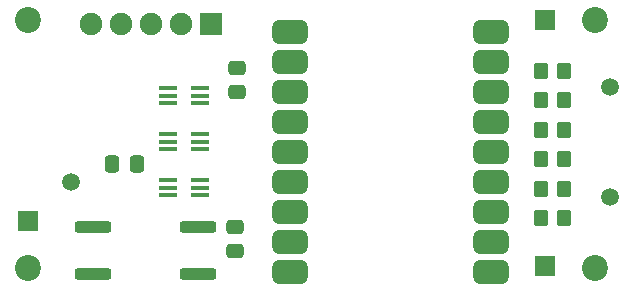
<source format=gbr>
%TF.GenerationSoftware,KiCad,Pcbnew,9.0.3-1.fc42*%
%TF.CreationDate,2025-07-19T22:58:11+02:00*%
%TF.ProjectId,yasio,79617369-6f2e-46b6-9963-61645f706362,rev?*%
%TF.SameCoordinates,Original*%
%TF.FileFunction,Soldermask,Top*%
%TF.FilePolarity,Negative*%
%FSLAX46Y46*%
G04 Gerber Fmt 4.6, Leading zero omitted, Abs format (unit mm)*
G04 Created by KiCad (PCBNEW 9.0.3-1.fc42) date 2025-07-19 22:58:11*
%MOMM*%
%LPD*%
G01*
G04 APERTURE LIST*
G04 Aperture macros list*
%AMRoundRect*
0 Rectangle with rounded corners*
0 $1 Rounding radius*
0 $2 $3 $4 $5 $6 $7 $8 $9 X,Y pos of 4 corners*
0 Add a 4 corners polygon primitive as box body*
4,1,4,$2,$3,$4,$5,$6,$7,$8,$9,$2,$3,0*
0 Add four circle primitives for the rounded corners*
1,1,$1+$1,$2,$3*
1,1,$1+$1,$4,$5*
1,1,$1+$1,$6,$7*
1,1,$1+$1,$8,$9*
0 Add four rect primitives between the rounded corners*
20,1,$1+$1,$2,$3,$4,$5,0*
20,1,$1+$1,$4,$5,$6,$7,0*
20,1,$1+$1,$6,$7,$8,$9,0*
20,1,$1+$1,$8,$9,$2,$3,0*%
G04 Aperture macros list end*
%ADD10RoundRect,0.250000X-0.350000X-0.450000X0.350000X-0.450000X0.350000X0.450000X-0.350000X0.450000X0*%
%ADD11RoundRect,0.100000X0.650000X0.100000X-0.650000X0.100000X-0.650000X-0.100000X0.650000X-0.100000X0*%
%ADD12C,1.500000*%
%ADD13R,1.700000X1.700000*%
%ADD14C,2.200000*%
%ADD15RoundRect,0.500000X-1.000000X-0.500000X1.000000X-0.500000X1.000000X0.500000X-1.000000X0.500000X0*%
%ADD16RoundRect,0.250000X-0.475000X0.337500X-0.475000X-0.337500X0.475000X-0.337500X0.475000X0.337500X0*%
%ADD17RoundRect,0.250000X0.475000X-0.337500X0.475000X0.337500X-0.475000X0.337500X-0.475000X-0.337500X0*%
%ADD18R,1.900000X1.900000*%
%ADD19O,1.900000X1.900000*%
%ADD20RoundRect,0.250000X-1.300000X-0.250000X1.300000X-0.250000X1.300000X0.250000X-1.300000X0.250000X0*%
%ADD21RoundRect,0.250000X0.337500X0.475000X-0.337500X0.475000X-0.337500X-0.475000X0.337500X-0.475000X0*%
G04 APERTURE END LIST*
D10*
%TO.C,R5*%
X145400000Y-116300000D03*
X147400000Y-116300000D03*
%TD*%
D11*
%TO.C,U2*%
X116530000Y-109050000D03*
X116530000Y-108400000D03*
X116530000Y-107750000D03*
X113870000Y-107750000D03*
X113870000Y-108400000D03*
X113870000Y-109050000D03*
%TD*%
D12*
%TO.C,FID3*%
X105600000Y-115700000D03*
%TD*%
D10*
%TO.C,R1*%
X145400000Y-106300000D03*
X147400000Y-106300000D03*
%TD*%
D13*
%TO.C,J2*%
X145800000Y-122800000D03*
%TD*%
D14*
%TO.C,H2*%
X150000000Y-102000000D03*
%TD*%
D15*
%TO.C,U1*%
X124200000Y-103040000D03*
X124200000Y-105580000D03*
X124200000Y-108120000D03*
X124200000Y-110660000D03*
X124200000Y-113200000D03*
X124200000Y-115740000D03*
X124200000Y-118280000D03*
X124200000Y-120820000D03*
X124200000Y-123360000D03*
X141200000Y-123360000D03*
X141200000Y-120820000D03*
X141200000Y-118280000D03*
X141200000Y-115740000D03*
X141200000Y-113200000D03*
X141200000Y-110660000D03*
X141200000Y-108120000D03*
X141200000Y-105580000D03*
X141200000Y-103040000D03*
%TD*%
D10*
%TO.C,R6*%
X145400000Y-118800000D03*
X147400000Y-118800000D03*
%TD*%
%TO.C,R4*%
X145400000Y-113800000D03*
X147400000Y-113800000D03*
%TD*%
D14*
%TO.C,H3*%
X102000000Y-123000000D03*
%TD*%
D11*
%TO.C,U4*%
X116530000Y-116850000D03*
X116530000Y-116200000D03*
X116530000Y-115550000D03*
X113870000Y-115550000D03*
X113870000Y-116200000D03*
X113870000Y-116850000D03*
%TD*%
%TO.C,U3*%
X116530000Y-112950000D03*
X116530000Y-112300000D03*
X116530000Y-111650000D03*
X113870000Y-111650000D03*
X113870000Y-112300000D03*
X113870000Y-112950000D03*
%TD*%
D16*
%TO.C,C1*%
X119500000Y-119500000D03*
X119500000Y-121575000D03*
%TD*%
D12*
%TO.C,FID2*%
X151300000Y-107700000D03*
%TD*%
D13*
%TO.C,J5*%
X102000000Y-119000000D03*
%TD*%
D14*
%TO.C,H1*%
X102000000Y-102000000D03*
%TD*%
D10*
%TO.C,R3*%
X145400000Y-111300000D03*
X147400000Y-111300000D03*
%TD*%
D17*
%TO.C,C2*%
X119700000Y-108137500D03*
X119700000Y-106062500D03*
%TD*%
D10*
%TO.C,R2*%
X145400000Y-108800000D03*
X147400000Y-108800000D03*
%TD*%
D18*
%TO.C,J1*%
X117475000Y-102300000D03*
D19*
X114935000Y-102300000D03*
X112395000Y-102300000D03*
X109855000Y-102300000D03*
X107315000Y-102300000D03*
%TD*%
D13*
%TO.C,J4*%
X145800000Y-102000000D03*
%TD*%
D20*
%TO.C,SW1*%
X107500000Y-119500000D03*
X116400000Y-119500000D03*
X107500000Y-123500000D03*
X116400000Y-123500000D03*
%TD*%
D21*
%TO.C,C3*%
X111200000Y-114200000D03*
X109125000Y-114200000D03*
%TD*%
D14*
%TO.C,H4*%
X150000000Y-123000000D03*
%TD*%
D12*
%TO.C,FID1*%
X151300000Y-117000000D03*
%TD*%
M02*

</source>
